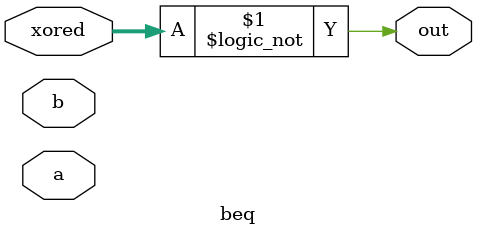
<source format=v>
 module beq(
    input [31:0] a,
    input [31:0] b,
    input [31:0] xored,
    output out
    );
assign out = (xored==0);
endmodule
</source>
